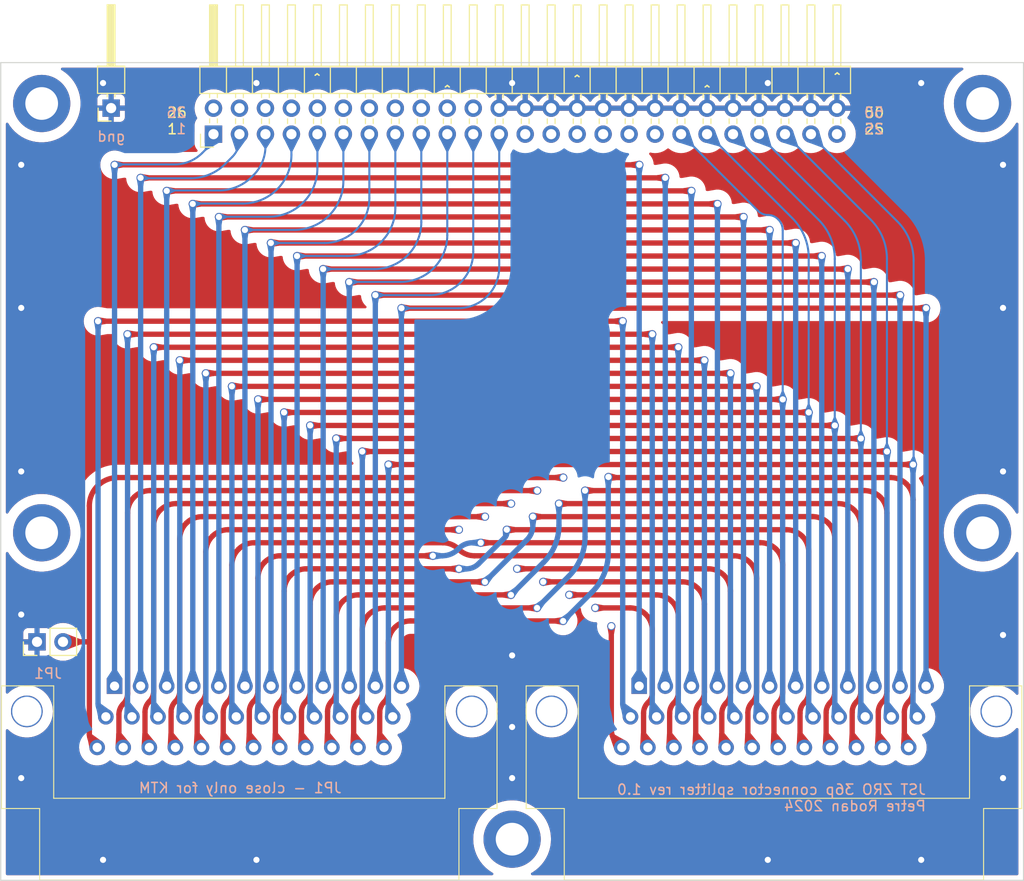
<source format=kicad_pcb>
(kicad_pcb (version 20221018) (generator pcbnew)
  (layers (0 "F.Cu" signal) (1 "In1.Cu" signal) (2 "In2.Cu" signal) (31 "B.Cu" signal) (34 "B.Paste" user) (35 "F.Paste" user) (36 "B.SilkS" user "B.Silkscreen") (37 "F.SilkS" user "F.Silkscreen") (38 "B.Mask" user) (39 "F.Mask" user) (44 "Edge.Cuts" user))
  (net 0 "")
  (net 1 "p1")
  (net 2 "p2")
  (net 3 "p3")
  (net 4 "p4")
  (net 5 "p5")
  (net 6 "p6")
  (net 7 "p7")
  (net 8 "p8")
  (net 9 "p9")
  (net 10 "p10")
  (net 11 "p11")
  (net 12 "p12")
  (net 13 "p13")
  (net 14 "p14")
  (net 15 "p15")
  (net 16 "p16")
  (net 17 "p17")
  (net 18 "p18")
  (net 19 "p19")
  (net 20 "p20")
  (net 21 "p21")
  (net 22 "p22")
  (net 23 "p23")
  (net 24 "p24")
  (net 25 "p25")
  (net 26 "p26")
  (net 27 "p27")
  (net 28 "p28")
  (net 29 "p29")
  (net 30 "p30")
  (net 31 "p31")
  (net 32 "p32")
  (net 33 "p33")
  (net 34 "p34")
  (net 35 "p35")
  (net 36 "p36")
  (net 37 "GND")
  (footprint "MountingHole:MountingHole_3.2mm_M3_DIN965_Pad_TopBottom" (layer "F.Cu") (at 133.31 126.761)
    (fp_text reference "REF**" hide)
    (fp_text value "MountingHole_3.2mm_M3_DIN965_Pad_TopBottom" hide)
  )
  (footprint "pff_connectors:PinHeader_2x25_P2.54mm_Horizontal" (layer "F.Cu") (at 104.11 57.785 90)
    (fp_text reference "J4" hide)
    (fp_text value "Conn_02x25_Top_Bottom" hide)
  )
  (footprint "pff_connectors:S36B-ZROK-2A" (layer "F.Cu") (at 158.91 114.761)
    (fp_text reference "J1" hide)
    (fp_text value "Conn_01x36" hide)
  )
  (footprint "MountingHole:MountingHole_3.2mm_M3_DIN965_Pad_TopBottom" (layer "F.Cu") (at 179.31 54.785)
    (fp_text reference "REF**" hide)
    (fp_text value "MountingHole_3.2mm_M3_DIN965_Pad_TopBottom" hide)
  )
  (footprint "Connector_PinHeader_2.54mm:PinHeader_1x01_P2.54mm_Horizontal" (layer "F.Cu") (at 94.1 55.236 90)
    (fp_text reference "J3" hide)
    (fp_text value "Conn_01x01_Pin" hide)
  )
  (footprint "MountingHole:MountingHole_3.2mm_M3_DIN965_Pad_TopBottom" (layer "F.Cu") (at 179.31 96.785)
    (fp_text reference "REF**" hide)
    (fp_text value "MountingHole_3.2mm_M3_DIN965_Pad_TopBottom" hide)
  )
  (footprint "MountingHole:MountingHole_3.2mm_M3_DIN965_Pad_TopBottom" (layer "F.Cu") (at 87.31 54.785)
    (fp_text reference "REF**" hide)
    (fp_text value "MountingHole_3.2mm_M3_DIN965_Pad_TopBottom" hide)
  )
  (footprint "Connector_PinHeader_2.54mm:PinHeader_1x02_P2.54mm_Vertical" (layer "F.Cu") (at 86.855 107.455 90)
    (fp_text reference "JP1" hide)
    (fp_text value "Jumper_2_Open" hide)
  )
  (footprint "MountingHole:MountingHole_3.2mm_M3_DIN965_Pad_TopBottom" (layer "F.Cu") (at 87.31 96.785)
    (fp_text reference "REF**" hide)
    (fp_text value "MountingHole_3.2mm_M3_DIN965_Pad_TopBottom" hide)
  )
  (footprint "pff_connectors:S36B-ZROK-2A" (layer "F.Cu") (at 107.61 114.761)
    (fp_text reference "J2" hide)
    (fp_text value "Conn_01x36" hide)
  )
  (gr_line (start 83.31 50.785) (end 183.31 50.785) (stroke (width 0.1)) (layer "Edge.Cuts"))
  (gr_line (start 83.31 130.785) (end 83.31 50.785) (stroke (width 0.1)) (layer "Edge.Cuts"))
  (gr_line (start 183.31 50.785) (end 183.31 130.785) (stroke (width 0.1)) (layer "Edge.Cuts"))
  (gr_line (start 183.31 130.785) (end 83.31 130.785) (stroke (width 0.1)) (layer "Edge.Cuts"))
  (gr_text "JP1" (at 89.38 111.135) (layer "B.SilkS") (effects (font (size 1 1)) (justify left bottom mirror)))
  (gr_text "JST ZRO 36p connector splitter rev 1.0\nPetre Rodan 2024" (at 173.86 124.105) (layer "B.SilkS") (effects (font (size 1 1)) (justify left bottom mirror)))
  (gr_text "50\n25" (at 169.73 57.865) (layer "B.SilkS") (effects (font (size 1 1)) (justify left bottom mirror)))
  (gr_text "gnd" (at 95.57 58.595) (layer "B.SilkS") (effects (font (size 1 1)) (justify left bottom mirror)))
  (gr_text "26\n1" (at 101.53 57.865) (layer "B.SilkS") (effects (font (size 1 1)) (justify left bottom mirror)))
  (gr_text "JP1 - close only for KTM" (at 116.73 122.335) (layer "B.SilkS") (effects (font (size 1 1)) (justify left bottom mirror)))
  (gr_text "26\n1" (at 99.5 57.875) (layer "F.SilkS") (effects (font (size 1 1)) (justify left bottom)))
  (gr_text "^" (at 139.28 53.195) (layer "F.SilkS") (effects (font (size 1 1)) (justify left bottom)))
  (gr_text "50\n25" (at 167.68 57.885) (layer "F.SilkS") (effects (font (size 1 1)) (justify left bottom)))
  (gr_text "^" (at 113.86 53.055) (layer "F.SilkS") (effects (font (size 1 1)) (justify left bottom)))
  (gr_text "^" (at 151.99 54.202071) (layer "F.SilkS") (effects (font (size 1 1)) (justify left bottom)))
  (gr_text "^" (at 164.71 52.965) (layer "F.SilkS") (effects (font (size 1 1)) (justify left bottom)))
  (gr_text "^" (at 126.59 54.202071) (layer "F.SilkS") (effects (font (size 1 1)) (justify left bottom)))
  (segment (start 145.75 60.785) (end 94.44 60.785) (width 0.52) (layer "F.Cu") (net 1))
  (via (at 94.44 60.785) (size 0.8) (drill 0.6) (layers "F.Cu" "B.Cu") (net 1))
  (via (at 145.75 60.785) (size 0.8) (drill 0.6) (layers "F.Cu" "B.Cu") (net 1))
  (segment (start 94.435 60.793535) (end 94.435 111.785) (width 0.52) (layer "B.Cu") (net 1))
  (segment (start 145.735 60.810606) (end 145.735 111.785) (width 0.52) (layer "B.Cu") (net 1))
  (segment (start 94.44 60.785) (end 94.46 60.765) (width 0.2) (layer "B.Cu") (net 1))
  (segment (start 100.320222 60.745) (end 94.508284 60.745) (width 0.2) (layer "B.Cu") (net 1))
  (segment (start 102.999999 59.634999) (end 103.685735 58.949264) (width 0.2) (layer "B.Cu") (net 1))
  (segment (start 94.44 60.785) (end 94.4375 60.7875) (width 0.52) (layer "B.Cu") (net 1))
  (segment (start 104.11 57.925) (end 104.11 57.325) (width 0.2) (layer "B.Cu") (net 1))
  (segment (start 145.7425 60.7925) (end 145.75 60.785) (width 0.52) (layer "B.Cu") (net 1))
  (arc (start 94.46 60.765) (mid 94.482152 60.750197) (end 94.508284 60.745) (width 0.2) (layer "B.Cu") (net 1))
  (arc (start 94.4375 60.7875) (mid 94.435649 60.790268) (end 94.435 60.793535) (width 0.52) (layer "B.Cu") (net 1))
  (arc (start 100.320222 60.745) (mid 101.770507 60.45652) (end 102.999999 59.634999) (width 0.2) (layer "B.Cu") (net 1))
  (arc (start 145.7425 60.7925) (mid 145.736949 60.800807) (end 145.735 60.810606) (width 0.52) (layer "B.Cu") (net 1))
  (arc (start 103.685735 58.949264) (mid 103.999737 58.479327) (end 104.11 57.925) (width 0.2) (layer "B.Cu") (net 1))
  (segment (start 96.98 62.06) (end 148.28 62.06) (width 0.52) (layer "F.Cu") (net 2))
  (via (at 148.28 62.06) (size 0.8) (drill 0.6) (layers "F.Cu" "B.Cu") (net 2))
  (via (at 96.98 62.06) (size 0.8) (drill 0.6) (layers "F.Cu" "B.Cu") (net 2))
  (segment (start 96.9825 62.0625) (end 96.98 62.06) (width 0.52) (layer "B.Cu") (net 2))
  (segment (start 96.9975 62.0775) (end 96.98 62.06) (width 0.2) (layer "B.Cu") (net 2))
  (segment (start 148.285 62.068535) (end 148.285 111.785) (width 0.52) (layer "B.Cu") (net 2))
  (segment (start 96.985 62.068535) (end 96.985 111.785) (width 0.52) (layer "B.Cu") (net 2))
  (segment (start 106.65 58.315) (end 106.65 57.325) (width 0.2) (layer "B.Cu") (net 2))
  (segment (start 105.255 60.7) (end 105.949964 60.005035) (width 0.2) (layer "B.Cu") (net 2))
  (segment (start 148.2825 62.0625) (end 148.28 62.06) (width 0.52) (layer "B.Cu") (net 2))
  (segment (start 101.887172 62.095) (end 97.039748 62.095) (width 0.2) (layer "B.Cu") (net 2))
  (arc (start 96.9975 62.0775) (mid 97.016883 62.090451) (end 97.039748 62.095) (width 0.2) (layer "B.Cu") (net 2))
  (arc (start 101.887172 62.095) (mid 103.709827 61.732451) (end 105.255 60.7) (width 0.2) (layer "B.Cu") (net 2))
  (arc (start 106.65 58.315) (mid 106.468066 59.22964) (end 105.949964 60.005035) (width 0.2) (layer "B.Cu") (net 2))
  (arc (start 96.9825 62.0625) (mid 96.98435 62.065268) (end 96.985 62.068535) (width 0.52) (layer "B.Cu") (net 2))
  (arc (start 148.2825 62.0625) (mid 148.28435 62.065268) (end 148.285 62.068535) (width 0.52) (layer "B.Cu") (net 2))
  (segment (start 150.84 63.335) (end 99.54 63.335) (width 0.52) (layer "F.Cu") (net 3))
  (via (at 99.54 63.335) (size 0.8) (drill 0.6) (layers "F.Cu" "B.Cu") (net 3))
  (via (at 150.84 63.335) (size 0.8) (drill 0.6) (layers "F.Cu" "B.Cu") (net 3))
  (segment (start 104.632024 63.295) (end 99.608284 63.295) (width 0.2) (layer "B.Cu") (net 3))
  (segment (start 99.5375 63.3375) (end 99.54 63.335) (width 0.52) (layer "B.Cu") (net 3))
  (segment (start 99.535 63.343535) (end 99.535 111.785) (width 0.52) (layer "B.Cu") (net 3))
  (segment (start 99.56 63.315) (end 99.54 63.335) (width 0.2) (layer "B.Cu") (net 3))
  (segment (start 150.835 63.343535) (end 150.835 111.785) (width 0.52) (layer "B.Cu") (net 3))
  (segment (start 150.84 63.335) (end 150.8375 63.3375) (width 0.52) (layer "B.Cu") (net 3))
  (segment (start 109.19 58.975) (end 109.19 57.325) (width 0.2) (layer "B.Cu") (net 3))
  (segment (start 107.855 61.96) (end 108.023273 61.791726) (width 0.2) (layer "B.Cu") (net 3))
  (arc (start 107.855 61.96) (mid 106.376286 62.948044) (end 104.632024 63.295) (width 0.2) (layer "B.Cu") (net 3))
  (arc (start 108.023273 61.791726) (mid 108.886777 60.499401) (end 109.19 58.975) (width 0.2) (layer "B.Cu") (net 3))
  (arc (start 150.835 63.343535) (mid 150.835649 63.340268) (end 150.8375 63.3375) (width 0.52) (layer "B.Cu") (net 3))
  (arc (start 99.56 63.315) (mid 99.582152 63.300197) (end 99.608284 63.295) (width 0.2) (layer "B.Cu") (net 3))
  (arc (start 99.5375 63.3375) (mid 99.535649 63.340268) (end 99.535 63.343535) (width 0.52) (layer "B.Cu") (net 3))
  (segment (start 153.39 64.61) (end 102.08 64.61) (width 0.52) (layer "F.Cu") (net 4))
  (via (at 102.08 64.61) (size 0.8) (drill 0.6) (layers "F.Cu" "B.Cu") (net 4))
  (via (at 153.39 64.61) (size 0.8) (drill 0.6) (layers "F.Cu" "B.Cu") (net 4))
  (segment (start 106.967172 64.575) (end 102.139748 64.575) (width 0.2) (layer "B.Cu") (net 4))
  (segment (start 102.085 64.618535) (end 102.085 111.785) (width 0.52) (layer "B.Cu") (net 4))
  (segment (start 153.39 64.61) (end 153.3875 64.6125) (width 0.52) (layer "B.Cu") (net 4))
  (segment (start 102.0825 64.6125) (end 102.08 64.61) (width 0.52) (layer "B.Cu") (net 4))
  (segment (start 102.08 64.61) (end 102.0975 64.5925) (width 0.2) (layer "B.Cu") (net 4))
  (segment (start 153.385 64.618535) (end 153.385 111.785) (width 0.52) (layer "B.Cu") (net 4))
  (segment (start 111.73 59.812172) (end 111.73 57.325) (width 0.2) (layer "B.Cu") (net 4))
  (arc (start 102.0825 64.6125) (mid 102.08435 64.615268) (end 102.085 64.618535) (width 0.52) (layer "B.Cu") (net 4))
  (arc (start 110.335 63.18) (mid 111.367451 61.634827) (end 111.73 59.812172) (width 0.2) (layer "B.Cu") (net 4))
  (arc (start 153.3875 64.6125) (mid 153.385649 64.615268) (end 153.385 64.618535) (width 0.52) (layer "B.Cu") (net 4))
  (arc (start 102.0975 64.5925) (mid 102.116883 64.579548) (end 102.139748 64.575) (width 0.2) (layer "B.Cu") (net 4))
  (arc (start 106.967172 64.575) (mid 108.789827 64.212451) (end 110.335 63.18) (width 0.2) (layer "B.Cu") (net 4))
  (segment (start 104.64 65.885) (end 155.94 65.885) (width 0.52) (layer "F.Cu") (net 5))
  (via (at 104.64 65.885) (size 0.8) (drill 0.6) (layers "F.Cu" "B.Cu") (net 5))
  (via (at 155.94 65.885) (size 0.8) (drill 0.6) (layers "F.Cu" "B.Cu") (net 5))
  (segment (start 104.65 65.875) (end 104.64 65.885) (width 0.2) (layer "B.Cu") (net 5))
  (segment (start 104.6375 65.8875) (end 104.64 65.885) (width 0.52) (layer "B.Cu") (net 5))
  (segment (start 104.674142 65.865) (end 109.524243 65.865) (width 0.2) (layer "B.Cu") (net 5))
  (segment (start 155.935 65.893535) (end 155.935 111.785) (width 0.52) (layer "B.Cu") (net 5))
  (segment (start 155.94 65.885) (end 155.9375 65.8875) (width 0.52) (layer "B.Cu") (net 5))
  (segment (start 104.635 65.893535) (end 104.635 111.785) (width 0.52) (layer "B.Cu") (net 5))
  (segment (start 114.27 61.119243) (end 114.27 57.325) (width 0.2) (layer "B.Cu") (net 5))
  (arc (start 104.674142 65.865) (mid 104.661076 65.867598) (end 104.65 65.875) (width 0.2) (layer "B.Cu") (net 5))
  (arc (start 155.9375 65.8875) (mid 155.935649 65.890268) (end 155.935 65.893535) (width 0.52) (layer "B.Cu") (net 5))
  (arc (start 109.524243 65.865) (mid 111.340365 65.50375) (end 112.88 64.475) (width 0.2) (layer "B.Cu") (net 5))
  (arc (start 104.635 65.893535) (mid 104.635649 65.890268) (end 104.6375 65.8875) (width 0.52) (layer "B.Cu") (net 5))
  (arc (start 114.27 61.119243) (mid 113.90875 62.935365) (end 112.88 64.475) (width 0.2) (layer "B.Cu") (net 5))
  (segment (start 107.18 67.16) (end 158.49 67.16) (width 0.52) (layer "F.Cu") (net 6))
  (via (at 158.49 67.16) (size 0.8) (drill 0.6) (layers "F.Cu" "B.Cu") (net 6))
  (via (at 107.18 67.16) (size 0.8) (drill 0.6) (layers "F.Cu" "B.Cu") (net 6))
  (segment (start 158.485 67.168535) (end 158.485 111.785) (width 0.52) (layer "B.Cu") (net 6))
  (segment (start 116.81 62.358029) (end 116.81 57.325) (width 0.2) (layer "B.Cu") (net 6))
  (segment (start 158.4875 67.1625) (end 158.49 67.16) (width 0.52) (layer "B.Cu") (net 6))
  (segment (start 107.1825 67.1625) (end 107.18 67.16) (width 0.52) (layer "B.Cu") (net 6))
  (segment (start 107.1825 67.1575) (end 107.18 67.16) (width 0.2) (layer "B.Cu") (net 6))
  (segment (start 107.188535 67.155) (end 112.013029 67.155) (width 0.2) (layer "B.Cu") (net 6))
  (segment (start 107.185 67.168535) (end 107.185 111.785) (width 0.52) (layer "B.Cu") (net 6))
  (arc (start 116.81 62.358029) (mid 116.444852 64.19375) (end 115.405 65.75) (width 0.2) (layer "B.Cu") (net 6))
  (arc (start 158.4875 67.1625) (mid 158.485649 67.165268) (end 158.485 67.168535) (width 0.52) (layer "B.Cu") (net 6))
  (arc (start 112.013029 67.155) (mid 113.84875 66.789852) (end 115.405 65.75) (width 0.2) (layer "B.Cu") (net 6))
  (arc (start 107.185 67.168535) (mid 107.18435 67.165268) (end 107.1825 67.1625) (width 0.52) (layer "B.Cu") (net 6))
  (arc (start 107.1825 67.1575) (mid 107.185268 67.155649) (end 107.188535 67.155) (width 0.2) (layer "B.Cu") (net 6))
  (segment (start 109.72 68.435) (end 161.04 68.435) (width 0.52) (layer "F.Cu") (net 7))
  (via (at 161.04 68.435) (size 0.8) (drill 0.6) (layers "F.Cu" "B.Cu") (net 7))
  (via (at 109.72 68.435) (size 0.8) (drill 0.6) (layers "F.Cu" "B.Cu") (net 7))
  (segment (start 109.72 68.435) (end 109.7275 68.4425) (width 0.52) (layer "B.Cu") (net 7))
  (segment (start 109.735 68.460606) (end 109.735 111.785) (width 0.52) (layer "B.Cu") (net 7))
  (segment (start 109.72 68.435) (end 114.955663 68.435) (width 0.2) (layer "B.Cu") (net 7))
  (segment (start 119.35 64.040663) (end 119.35 57.325) (width 0.2) (layer "B.Cu") (net 7))
  (segment (start 161.035 68.443535) (end 161.035 111.785) (width 0.52) (layer "B.Cu") (net 7))
  (segment (start 161.04 68.435) (end 161.0375 68.4375) (width 0.52) (layer "B.Cu") (net 7))
  (arc (start 109.735 68.460606) (mid 109.73305 68.450807) (end 109.7275 68.4425) (width 0.52) (layer "B.Cu") (net 7))
  (arc (start 161.0375 68.4375) (mid 161.035649 68.440268) (end 161.035 68.443535) (width 0.52) (layer "B.Cu") (net 7))
  (arc (start 118.062928 67.147928) (mid 116.637302 68.1005) (end 114.955663 68.435) (width 0.2) (layer "B.Cu") (net 7))
  (arc (start 119.35 64.040663) (mid 119.0155 65.722302) (end 118.062928 67.147928) (width 0.2) (layer "B.Cu") (net 7))
  (segment (start 163.58 69.71) (end 112.28 69.71) (width 0.52) (layer "F.Cu") (net 8))
  (via (at 112.28 69.71) (size 0.8) (drill 0.6) (layers "F.Cu" "B.Cu") (net 8))
  (via (at 163.58 69.71) (size 0.8) (drill 0.6) (layers "F.Cu" "B.Cu") (net 8))
  (segment (start 163.585 69.718535) (end 163.585 111.785) (width 0.52) (layer "B.Cu") (net 8))
  (segment (start 112.28 69.71) (end 112.2825 69.7125) (width 0.52) (layer "B.Cu") (net 8))
  (segment (start 121.89 64.993385) (end 121.89 57.325) (width 0.2) (layer "B.Cu") (net 8))
  (segment (start 112.285 69.718535) (end 112.285 111.785) (width 0.52) (layer "B.Cu") (net 8))
  (segment (start 112.28 69.71) (end 112.2825 69.7075) (width 0.2) (layer "B.Cu") (net 8))
  (segment (start 117.178385 69.705) (end 112.288535 69.705) (width 0.2) (layer "B.Cu") (net 8))
  (segment (start 163.58 69.71) (end 163.5825 69.7125) (width 0.52) (layer "B.Cu") (net 8))
  (arc (start 117.178385 69.705) (mid 118.981442 69.346349) (end 120.51 68.325) (width 0.2) (layer "B.Cu") (net 8))
  (arc (start 112.2825 69.7125) (mid 112.28435 69.715268) (end 112.285 69.718535) (width 0.52) (layer "B.Cu") (net 8))
  (arc (start 112.2825 69.7075) (mid 112.285268 69.705649) (end 112.288535 69.705) (width 0.2) (layer "B.Cu") (net 8))
  (arc (start 163.5825 69.7125) (mid 163.58435 69.715268) (end 163.585 69.718535) (width 0.52) (layer "B.Cu") (net 8))
  (arc (start 121.89 64.993385) (mid 121.531349 66.796442) (end 120.51 68.325) (width 0.2) (layer "B.Cu") (net 8))
  (segment (start 166.13 70.985) (end 114.83 70.985) (width 0.52) (layer "F.Cu") (net 9))
  (via (at 166.13 70.985) (size 0.8) (drill 0.6) (layers "F.Cu" "B.Cu") (net 9))
  (via (at 114.83 70.985) (size 0.8) (drill 0.6) (layers "F.Cu" "B.Cu") (net 9))
  (segment (start 166.135 70.993535) (end 166.135 111.785) (width 0.52) (layer "B.Cu") (net 9))
  (segment (start 114.83 70.985) (end 119.842881 70.985) (width 0.2) (layer "B.Cu") (net 9))
  (segment (start 166.13 70.985) (end 166.1325 70.9875) (width 0.52) (layer "B.Cu") (net 9))
  (segment (start 114.83 70.985) (end 114.8325 70.9875) (width 0.52) (layer "B.Cu") (net 9))
  (segment (start 114.835 70.993535) (end 114.835 111.785) (width 0.52) (layer "B.Cu") (net 9))
  (segment (start 124.43 66.397881) (end 124.43 57.325) (width 0.2) (layer "B.Cu") (net 9))
  (arc (start 114.8325 70.9875) (mid 114.83435 70.990268) (end 114.835 70.993535) (width 0.52) (layer "B.Cu") (net 9))
  (arc (start 123.086464 69.641464) (mid 121.598295 70.635826) (end 119.842881 70.985) (width 0.2) (layer "B.Cu") (net 9))
  (arc (start 166.135 70.993535) (mid 166.13435 70.990268) (end 166.1325 70.9875) (width 0.52) (layer "B.Cu") (net 9))
  (arc (start 124.43 66.397881) (mid 124.080826 68.153295) (end 123.086464 69.641464) (width 0.2) (layer "B.Cu") (net 9))
  (segment (start 117.38 72.26) (end 168.69 72.26) (width 0.52) (layer "F.Cu") (net 10))
  (via (at 168.69 72.26) (size 0.8) (drill 0.6) (layers "F.Cu" "B.Cu") (net 10))
  (via (at 117.38 72.26) (size 0.8) (drill 0.6) (layers "F.Cu" "B.Cu") (net 10))
  (segment (start 117.385 72.268535) (end 117.385 111.785) (width 0.52) (layer "B.Cu") (net 10))
  (segment (start 126.97 67.669953) (end 126.97 57.325) (width 0.2) (layer "B.Cu") (net 10))
  (segment (start 168.6875 72.2625) (end 168.69 72.26) (width 0.52) (layer "B.Cu") (net 10))
  (segment (start 168.685 72.268535) (end 168.685 111.785) (width 0.52) (layer "B.Cu") (net 10))
  (segment (start 117.3875 72.2525) (end 117.38 72.26) (width 0.2) (layer "B.Cu") (net 10))
  (segment (start 122.394953 72.245) (end 117.405606 72.245) (width 0.2) (layer "B.Cu") (net 10))
  (segment (start 117.3825 72.2625) (end 117.38 72.26) (width 0.52) (layer "B.Cu") (net 10))
  (arc (start 125.63 70.905) (mid 126.621745 69.420747) (end 126.97 67.669953) (width 0.2) (layer "B.Cu") (net 10))
  (arc (start 117.3825 72.2625) (mid 117.38435 72.265268) (end 117.385 72.268535) (width 0.52) (layer "B.Cu") (net 10))
  (arc (start 168.6875 72.2625) (mid 168.685649 72.265268) (end 168.685 72.268535) (width 0.52) (layer "B.Cu") (net 10))
  (arc (start 117.3875 72.2525) (mid 117.395807 72.246949) (end 117.405606 72.245) (width 0.2) (layer "B.Cu") (net 10))
  (arc (start 122.394953 72.245) (mid 124.145747 71.896745) (end 125.63 70.905) (width 0.2) (layer "B.Cu") (net 10))
  (segment (start 119.94 73.535) (end 171.25 73.535) (width 0.52) (layer "F.Cu") (net 11))
  (via (at 119.94 73.535) (size 0.8) (drill 0.6) (layers "F.Cu" "B.Cu") (net 11))
  (via (at 171.25 73.535) (size 0.8) (drill 0.6) (layers "F.Cu" "B.Cu") (net 11))
  (segment (start 171.25 73.535) (end 171.2425 73.5425) (width 0.52) (layer "B.Cu") (net 11))
  (segment (start 129.51 69.301375) (end 129.51 57.325) (width 0.2) (layer "B.Cu") (net 11))
  (segment (start 171.235 73.560606) (end 171.235 111.785) (width 0.52) (layer "B.Cu") (net 11))
  (segment (start 119.94 73.535) (end 119.9375 73.5375) (width 0.52) (layer "B.Cu") (net 11))
  (segment (start 119.935 73.543535) (end 119.935 111.785) (width 0.52) (layer "B.Cu") (net 11))
  (segment (start 119.94 73.535) (end 125.276375 73.535) (width 0.2) (layer "B.Cu") (net 11))
  (arc (start 128.27 72.295) (mid 129.187734 70.921513) (end 129.51 69.301375) (width 0.2) (layer "B.Cu") (net 11))
  (arc (start 128.27 72.295) (mid 126.896513 73.212734) (end 125.276375 73.535) (width 0.2) (layer "B.Cu") (net 11))
  (arc (start 119.935 73.543535) (mid 119.935649 73.540268) (end 119.9375 73.5375) (width 0.52) (layer "B.Cu") (net 11))
  (arc (start 171.235 73.560606) (mid 171.236949 73.550807) (end 171.2425 73.5425) (width 0.52) (layer "B.Cu") (net 11))
  (segment (start 173.79 74.81) (end 122.49 74.81) (width 0.52) (layer "F.Cu") (net 12))
  (via (at 122.49 74.81) (size 0.8) (drill 0.6) (layers "F.Cu" "B.Cu") (net 12))
  (via (at 173.79 74.81) (size 0.8) (drill 0.6) (layers "F.Cu" "B.Cu") (net 12))
  (segment (start 173.785 74.818535) (end 173.785 111.785) (width 0.52) (layer "B.Cu") (net 12))
  (segment (start 132.05 70.806834) (end 132.05 57.325) (width 0.2) (layer "B.Cu") (net 12))
  (segment (start 122.4875 74.8125) (end 122.49 74.81) (width 0.52) (layer "B.Cu") (net 12))
  (segment (start 173.7875 74.8125) (end 173.79 74.81) (width 0.52) (layer "B.Cu") (net 12))
  (segment (start 122.485 74.818535) (end 122.485 111.785) (width 0.52) (layer "B.Cu") (net 12))
  (segment (start 122.49 74.81) (end 128.046834 74.81) (width 0.2) (layer "B.Cu") (net 12))
  (arc (start 130.8775 73.6375) (mid 129.578779 74.505277) (end 128.046834 74.81) (width 0.2) (layer "B.Cu") (net 12))
  (arc (start 173.7875 74.8125) (mid 173.785649 74.815268) (end 173.785 74.818535) (width 0.52) (layer "B.Cu") (net 12))
  (arc (start 130.8775 73.6375) (mid 131.745277 72.338779) (end 132.05 70.806834) (width 0.2) (layer "B.Cu") (net 12))
  (arc (start 122.485 74.818535) (mid 122.485649 74.815268) (end 122.4875 74.8125) (width 0.52) (layer "B.Cu") (net 12))
  (segment (start 144.12 76.085) (end 92.82 76.085) (width 0.52) (layer "F.Cu") (net 13))
  (via (at 144.12 76.085) (size 0.8) (drill 0.6) (layers "F.Cu" "B.Cu") (net 13))
  (via (at 92.82 76.085) (size 0.8) (drill 0.6) (layers "F.Cu" "B.Cu") (net 13))
  (segment (start 144.123001 76.090123) (end 144.123001 113.484186) (width 0.52) (layer "B.Cu") (net 13))
  (segment (start 92.823001 113.484186) (end 92.823001 76.090123) (width 0.52) (layer "B.Cu") (net 13))
  (segment (start 92.8215 76.0865) (end 92.82 76.085) (width 0.52) (layer "B.Cu") (net 13))
  (segment (start 93.204 114.404) (end 93.585 114.785) (width 0.52) (layer "B.Cu") (net 13))
  (segment (start 144.504 114.404) (end 144.885 114.785) (width 0.52) (layer "B.Cu") (net 13))
  (segment (start 144.1215 76.0865) (end 144.12 76.085) (width 0.52) (layer "B.Cu") (net 13))
  (arc (start 144.123001 76.090123) (mid 144.12261 76.088162) (end 144.1215 76.0865) (width 0.52) (layer "B.Cu") (net 13))
  (arc (start 92.8215 76.0865) (mid 92.82261 76.088162) (end 92.823001 76.090123) (width 0.52) (layer "B.Cu") (net 13))
  (arc (start 92.823001 113.484186) (mid 92.922019 113.981985) (end 93.204 114.404) (width 0.52) (layer "B.Cu") (net 13))
  (arc (start 144.504 114.404) (mid 144.222019 113.981985) (end 144.123001 113.484186) (width 0.52) (layer "B.Cu") (net 13))
  (segment (start 147.01 77.36) (end 95.7 77.36) (width 0.52) (layer "F.Cu") (net 14))
  (via (at 95.7 77.36) (size 0.8) (drill 0.6) (layers "F.Cu" "B.Cu") (net 14))
  (via (at 147.01 77.36) (size 0.8) (drill 0.6) (layers "F.Cu" "B.Cu") (net 14))
  (segment (start 147.0115 77.3615) (end 147.01 77.36) (width 0.52) (layer "B.Cu") (net 14))
  (segment (start 147.224 114.574) (end 147.435 114.785) (width 0.52) (layer "B.Cu") (net 14))
  (segment (start 95.7035 77.3635) (end 95.7 77.36) (width 0.52) (layer "B.Cu") (net 14))
  (segment (start 95.707 77.371949) (end 95.707 114.054358) (width 0.52) (layer "B.Cu") (net 14))
  (segment (start 95.921 114.571) (end 96.135 114.785) (width 0.52) (layer "B.Cu") (net 14))
  (segment (start 147.013 114.0646) (end 147.013 77.365121) (width 0.52) (layer "B.Cu") (net 14))
  (arc (start 95.7035 77.3635) (mid 95.70609 77.367376) (end 95.707 77.371949) (width 0.52) (layer "B.Cu") (net 14))
  (arc (start 147.224 114.574) (mid 147.067837 114.340285) (end 147.013 114.0646) (width 0.52) (layer "B.Cu") (net 14))
  (arc (start 95.921 114.571) (mid 95.762616 114.333962) (end 95.707 114.054358) (width 0.52) (layer "B.Cu") (net 14))
  (arc (start 147.0115 77.3615) (mid 147.01261 77.363161) (end 147.013 77.365121) (width 0.52) (layer "B.Cu") (net 14))
  (segment (start 98.27 78.635) (end 149.56 78.635) (width 0.52) (layer "F.Cu") (net 15))
  (via (at 149.56 78.635) (size 0.8) (drill 0.6) (layers "F.Cu" "B.Cu") (net 15))
  (via (at 98.27 78.635) (size 0.8) (drill 0.6) (layers "F.Cu" "B.Cu") (net 15))
  (segment (start 98.263 114.0646) (end 98.263 78.646949) (width 0.52) (layer "B.Cu") (net 15))
  (segment (start 149.56 78.635) (end 149.56 114.059479) (width 0.52) (layer "B.Cu") (net 15))
  (segment (start 98.27 78.635) (end 98.2665 78.6385) (width 0.52) (layer "B.Cu") (net 15))
  (segment (start 149.7725 114.5725) (end 149.985 114.785) (width 0.52) (layer "B.Cu") (net 15))
  (segment (start 98.474 114.574) (end 98.685 114.785) (width 0.52) (layer "B.Cu") (net 15))
  (arc (start 98.474 114.574) (mid 98.317837 114.340285) (end 98.263 114.0646) (width 0.52) (layer "B.Cu") (net 15))
  (arc (start 149.56 114.059479) (mid 149.615226 114.337124) (end 149.7725 114.5725) (width 0.52) (layer "B.Cu") (net 15))
  (arc (start 98.2665 78.6385) (mid 98.263909 78.642376) (end 98.263 78.646949) (width 0.52) (layer "B.Cu") (net 15))
  (segment (start 152.11 79.91) (end 100.81 79.91) (width 0.52) (layer "F.Cu") (net 16))
  (via (at 152.11 79.91) (size 0.8) (drill 0.6) (layers "F.Cu" "B.Cu") (net 16))
  (via (at 100.81 79.91) (size 0.8) (drill 0.6) (layers "F.Cu" "B.Cu") (net 16))
  (segment (start 100.8115 79.9115) (end 100.81 79.91) (width 0.52) (layer "B.Cu") (net 16))
  (segment (start 152.1115 79.9115) (end 152.11 79.91) (width 0.52) (layer "B.Cu") (net 16))
  (segment (start 152.113 79.915121) (end 152.113 114.0646) (width 0.52) (layer "B.Cu") (net 16))
  (segment (start 152.324 114.574) (end 152.535 114.785) (width 0.52) (layer "B.Cu") (net 16))
  (segment (start 101.024 114.574) (end 101.235 114.785) (width 0.52) (layer "B.Cu") (net 16))
  (segment (start 100.813 114.0646) (end 100.813 79.915121) (width 0.52) (layer "B.Cu") (net 16))
  (arc (start 101.024 114.574) (mid 100.867837 114.340285) (end 100.813 114.0646) (width 0.52) (layer "B.Cu") (net 16))
  (arc (start 100.8115 79.9115) (mid 100.81261 79.913161) (end 100.813 79.915121) (width 0.52) (layer "B.Cu") (net 16))
  (arc (start 152.113 79.915121) (mid 152.11261 79.913161) (end 152.1115 79.9115) (width 0.52) (layer "B.Cu") (net 16))
  (arc (start 152.324 114.574) (mid 152.167837 114.340285) (end 152.113 114.0646) (width 0.52) (layer "B.Cu") (net 16))
  (segment (start 154.66 81.185) (end 103.36 81.185) (width 0.52) (layer "F.Cu") (net 17))
  (via (at 154.66 81.185) (size 0.8) (drill 0.6) (layers "F.Cu" "B.Cu") (net 17))
  (via (at 103.36 81.185) (size 0.8) (drill 0.6) (layers "F.Cu" "B.Cu") (net 17))
  (segment (start 103.3615 81.1865) (end 103.36 81.185) (width 0.52) (layer "B.Cu") (net 17))
  (segment (start 103.574 114.574) (end 103.785 114.785) (width 0.52) (layer "B.Cu") (net 17))
  (segment (start 103.363 114.0646) (end 103.363 81.190121) (width 0.52) (layer "B.Cu") (net 17))
  (segment (start 154.8725 114.5725) (end 155.085 114.785) (width 0.52) (layer "B.Cu") (net 17))
  (segment (start 154.66 81.185) (end 154.66 114.059479) (width 0.52) (layer "B.Cu") (net 17))
  (arc (start 154.8725 114.5725) (mid 154.715226 114.337124) (end 154.66 114.059479) (width 0.52) (layer "B.Cu") (net 17))
  (arc (start 103.363 114.0646) (mid 103.417837 114.340285) (end 103.574 114.574) (width 0.52) (layer "B.Cu") (net 17))
  (arc (start 103.3615 81.1865) (mid 103.36261 81.188161) (end 103.363 81.190121) (width 0.52) (layer "B.Cu") (net 17))
  (segment (start 157.21 82.46) (end 105.91 82.46) (width 0.52) (layer "F.Cu") (net 18))
  (via (at 105.91 82.46) (size 0.8) (drill 0.6) (layers "F.Cu" "B.Cu") (net 18))
  (via (at 157.21 82.46) (size 0.8) (drill 0.6) (layers "F.Cu" "B.Cu") (net 18))
  (segment (start 157.213 82.465121) (end 157.213 114.0646) (width 0.52) (layer "B.Cu") (net 18))
  (segment (start 105.913 114.0646) (end 105.913 82.465121) (width 0.52) (layer "B.Cu") (net 18))
  (segment (start 106.124 114.574) (end 106.335 114.785) (width 0.52) (layer "B.Cu") (net 18))
  (segment (start 105.9115 82.4615) (end 105.91 82.46) (width 0.52) (layer "B.Cu") (net 18))
  (segment (start 157.2115 82.4615) (end 157.21 82.46) (width 0.52) (layer "B.Cu") (net 18))
  (segment (start 157.424 114.574) (end 157.635 114.785) (width 0.52) (layer "B.Cu") (net 18))
  (arc (start 157.213 82.465121) (mid 157.21261 82.463161) (end 157.2115 82.4615) (width 0.52) (layer "B.Cu") (net 18))
  (arc (start 106.124 114.574) (mid 105.967837 114.340285) (end 105.913 114.0646) (width 0.52) (layer "B.Cu") (net 18))
  (arc (start 157.213 114.0646) (mid 157.267837 114.340285) (end 157.424 114.574) (width 0.52) (layer "B.Cu") (net 18))
  (arc (start 105.9115 82.4615) (mid 105.91261 82.463161) (end 105.913 82.465121) (width 0.52) (layer "B.Cu") (net 18))
  (segment (start 108.47 83.735) (end 159.77 83.735) (width 0.52) (layer "F.Cu") (net 19))
  (via (at 108.47 83.735) (size 0.8) (drill 0.6) (layers "F.Cu" "B.Cu") (net 19))
  (via (at 159.77 83.735) (size 0.8) (drill 0.6) (layers "F.Cu" "B.Cu") (net 19))
  (segment (start 157.356949 65.291949) (end 149.985563 57.920563) (width 0.2) (layer "B.Cu") (net 19))
  (segment (start 108.674 114.574) (end 108.885 114.785) (width 0.52) (layer "B.Cu") (net 19))
  (segment (start 159.77 83.735) (end 159.77 67.180182) (width 0.2) (layer "B.Cu") (net 19))
  (segment (start 108.47 83.735) (end 108.4665 83.7385) (width 0.52) (layer "B.Cu") (net 19))
  (segment (start 159.335 66.13) (end 159.30305 66.09805) (width 0.2) (layer "B.Cu") (net 19))
  (segment (start 159.763 83.746949) (end 159.763 114.0646) (width 0.52) (layer "B.Cu") (net 19))
  (segment (start 159.974 114.574) (end 160.185 114.785) (width 0.52) (layer "B.Cu") (net 19))
  (segment (start 159.77 83.735) (end 159.7665 83.7385) (width 0.52) (layer "B.Cu") (net 19))
  (segment (start 149.83 57.545) (end 149.83 57.325) (width 0.2) (layer "B.Cu") (net 19))
  (segment (start 108.463 83.746949) (end 108.463 114.0646) (width 0.52) (layer "B.Cu") (net 19))
  (arc (start 108.463 114.0646) (mid 108.517837 114.340285) (end 108.674 114.574) (width 0.52) (layer "B.Cu") (net 19))
  (arc (start 108.4665 83.7385) (mid 108.463909 83.742376) (end 108.463 83.746949) (width 0.52) (layer "B.Cu") (net 19))
  (arc (start 159.335 66.13) (mid 159.656947 66.611827) (end 159.77 67.180182) (width 0.2) (layer "B.Cu") (net 19))
  (arc (start 159.30305 66.09805) (mid 158.856611 65.799749) (end 158.33 65.695) (width 0.2) (layer "B.Cu") (net 19))
  (arc (start 159.7665 83.7385) (mid 159.763909 83.742376) (end 159.763 83.746949) (width 0.52) (layer "B.Cu") (net 19))
  (arc (start 149.83 57.545) (mid 149.870429 57.748253) (end 149.985563 57.920563) (width 0.2) (layer "B.Cu") (net 19))
  (arc (start 157.356949 65.291949) (mid 157.803388 65.59025) (end 158.33 65.695) (width 0.2) (layer "B.Cu") (net 19))
  (arc (start 159.974 114.574) (mid 159.817837 114.340285) (end 159.763 114.0646) (width 0.52) (layer "B.Cu") (net 19))
  (segment (start 162.31 85.01) (end 111.01 85.01) (width 0.52) (layer "F.Cu") (net 20))
  (via (at 111.01 85.01) (size 0.8) (drill 0.6) (layers "F.Cu" "B.Cu") (net 20))
  (via (at 162.31 85.01) (size 0.8) (drill 0.6) (layers "F.Cu" "B.Cu") (net 20))
  (segment (start 111.224 114.574) (end 111.435 114.785) (width 0.52) (layer "B.Cu") (net 20))
  (segment (start 111.013 114.0646) (end 111.013 85.015121) (width 0.52) (layer "B.Cu") (net 20))
  (segment (start 162.3115 85.0115) (end 162.31 85.01) (width 0.52) (layer "B.Cu") (net 20))
  (segment (start 152.490208 57.785208) (end 160.716207 66.011207) (width 0.2) (layer "B.Cu") (net 20))
  (segment (start 111.0115 85.0115) (end 111.01 85.01) (width 0.52) (layer "B.Cu") (net 20))
  (segment (start 162.524 114.574) (end 162.735 114.785) (width 0.52) (layer "B.Cu") (net 20))
  (segment (start 162.313 114.0646) (end 162.313 85.015121) (width 0.52) (layer "B.Cu") (net 20))
  (segment (start 152.37 57.495) (end 152.37 57.325) (width 0.2) (layer "B.Cu") (net 20))
  (segment (start 162.31 85.01) (end 162.31 69.858963) (width 0.2) (layer "B.Cu") (net 20))
  (arc (start 162.524 114.574) (mid 162.367837 114.340285) (end 162.313 114.0646) (width 0.52) (layer "B.Cu") (net 20))
  (arc (start 162.3115 85.0115) (mid 162.31261 85.013161) (end 162.313 85.015121) (width 0.52) (layer "B.Cu") (net 20))
  (arc (start 152.490208 57.785208) (mid 152.401241 57.652059) (end 152.37 57.495) (width 0.2) (layer "B.Cu") (net 20))
  (arc (start 160.716207 66.011207) (mid 161.895786 67.776572) (end 162.31 69.858963) (width 0.2) (layer "B.Cu") (net 20))
  (arc (start 111.224 114.574) (mid 111.067837 114.340285) (end 111.013 114.0646) (width 0.52) (layer "B.Cu") (net 20))
  (arc (start 111.0115 85.0115) (mid 111.01261 85.013161) (end 111.013 85.015121) (width 0.52) (layer "B.Cu") (net 20))
  (segment (start 164.86 86.285) (end 113.56 86.285) (width 0.52) (layer "F.Cu") (net 21))
  (via (at 164.86 86.285) (size 0.8) (drill 0.6) (layers "F.Cu" "B.Cu") (net 21))
  (via (at 113.56 86.285) (size 0.8) (drill 0.6) (layers "F.Cu" "B.Cu") (net 21))
  (segment (start 113.563 114.0646) (end 113.563 86.290121) (width 0.52) (layer "B.Cu") (net 21))
  (segment (start 164.86 69.998963) (end 164.86 86.285) (width 0.2) (layer "B.Cu") (net 21))
  (segment (start 155.07617 57.96117) (end 163.266207 66.151207) (width 0.2) (layer "B.Cu") (net 21))
  (segment (start 165.074 114.574) (end 165.285 114.785) (width 0.52) (layer "B.Cu") (net 21))
  (segment (start 113.774 114.574) (end 113.985 114.785) (width 0.52) (layer "B.Cu") (net 21))
  (segment (start 154.91 57.56) (end 154.91 57.325) (width 0.2) (layer "B.Cu") (net 21))
  (segment (start 164.863 86.290121) (end 164.863 114.0646) (width 0.52) (layer "B.Cu") (net 21))
  (segment (start 113.5615 86.2865) (end 113.56 86.285) (width 0.52) (layer "B.Cu") (net 21))
  (segment (start 164.8615 86.2865) (end 164.86 86.285) (width 0.52) (layer "B.Cu") (net 21))
  (arc (start 164.863 114.0646) (mid 164.917837 114.340285) (end 165.074 114.574) (width 0.52) (layer "B.Cu") (net 21))
  (arc (start 164.863 86.290121) (mid 164.86261 86.288161) (end 164.8615 86.2865) (width 0.52) (layer "B.Cu") (net 21))
  (arc (start 113.774 114.574) (mid 113.617837 114.340285) (end 113.563 114.0646) (width 0.52) (layer "B.Cu") (net 21))
  (arc (start 164.86 69.998963) (mid 164.445786 67.916572) (end 163.266207 66.151207) (width 0.2) (layer "B.Cu") (net 21))
  (arc (start 113.5615 86.2865) (mid 113.56261 86.288161) (end 113.563 86.290121) (width 0.52) (layer "B.Cu") (net 21))
  (arc (start 155.07617 57.96117) (mid 154.953186 57.777111) (end 154.91 57.56) (width 0.2) (layer "B.Cu") (net 21))
  (segment (start 167.41 87.56) (end 116.11 87.56) (width 0.52) (layer "F.Cu") (net 22))
  (via (at 167.41 87.56) (size 0.8) (drill 0.6) (layers "F.Cu" "B.Cu") (net 22))
  (via (at 116.11 87.56) (size 0.8) (drill 0.6) (layers "F.Cu" "B.Cu") (net 22))
  (segment (start 157.644454 58.069454) (end 165.816207 66.241207) (width 0.2) (layer "B.Cu") (net 22))
  (segment (start 167.41 87.56) (end 167.41 70.088963) (width 0.2) (layer "B.Cu") (net 22))
  (segment (start 167.413 87.565121) (end 167.413 114.0646) (width 0.52) (layer "B.Cu") (net 22))
  (segment (start 157.45 57.6) (end 157.45 57.325) (width 0.2) (layer "B.Cu") (net 22))
  (segment (start 167.624 114.574) (end 167.835 114.785) (width 0.52) (layer "B.Cu") (net 22))
  (segment (start 116.324 114.574) (end 116.535 114.785) (width 0.52) (layer "B.Cu") (net 22))
  (segment (start 167.41 87.56) (end 167.4115 87.5615) (width 0.52) (layer "B.Cu") (net 22))
  (segment (start 116.1115 87.5615) (end 116.11 87.56) (width 0.52) (layer "B.Cu") (net 22))
  (segment (start 116.113 114.0646) (end 116.113 87.565121) (width 0.52) (layer "B.Cu") (net 22))
  (arc (start 167.413 87.565121) (mid 167.41261 87.563161) (end 167.4115 87.5615) (width 0.52) (layer "B.Cu") (net 22))
  (arc (start 167.41 70.088963) (mid 166.995786 68.006572) (end 165.816207 66.241207) (width 0.2) (layer "B.Cu") (net 22))
  (arc (start 116.324 114.574) (mid 116.167837 114.340285) (end 116.113 114.0646) (width 0.52) (layer "B.Cu") (net 22))
  (arc (start 116.1115 87.5615) (mid 116.11261 87.563161) (end 116.113 87.565121) (width 0.52) (layer "B.Cu") (net 22))
  (arc (start 157.644454 58.069454) (mid 157.500536 57.854066) (end 157.45 57.6) (width 0.2) (layer "B.Cu") (net 22))
  (arc (start 167.624 114.574) (mid 167.467837 114.340285) (end 167.413 114.0646) (width 0.52) (layer "B.Cu") (net 22))
  (segment (start 118.66 88.835) (end 169.96 88.835) (width 0.52) (layer "F.Cu") (net 23))
  (via (at 118.66 88.835) (size 0.8) (drill 0.6) (layers "F.Cu" "B.Cu") (net 23))
  (via (at 169.96 88.835) (size 0.8) (drill 0.6) (layers "F.Cu" "B.Cu") (net 23))
  (segment (start 170.174 114.574) (end 170.385 114.785) (width 0.52) (layer "B.Cu") (net 23))
  (segment (start 118.6615 88.8365) (end 118.66 88.835) (width 0.52) (layer "B.Cu") (net 23))
  (segment (start 169.96 69.988963) (end 169.96 88.835) (width 0.2) (layer "B.Cu") (net 23))
  (segment (start 169.96 88.835) (end 169.9615 88.8365) (width 0.52) (layer "B.Cu") (net 23))
  (segment (start 118.663 88.840121) (end 118.663 114.0646) (width 0.52) (layer "B.Cu") (net 23))
  (segment (start 159.99 57.545) (end 159.99 57.325) (width 0.2) (layer "B.Cu") (net 23))
  (segment (start 168.366207 66.141207) (end 160.145563 57.920563) (width 0.2) (layer "B.Cu") (net 23))
  (segment (start 118.874 114.574) (end 119.085 114.785) (width 0.52) (layer "B.Cu") (net 23))
  (segment (start 169.963 114.0646) (end 169.963 88.840121) (width 0.52) (layer "B.Cu") (net 23))
  (arc (start 118.874 114.574) (mid 118.717837 114.340285) (end 118.663 114.0646) (width 0.52) (layer "B.Cu") (net 23))
  (arc (start 118.663 88.840121) (mid 118.66261 88.838161) (end 118.6615 88.8365) (width 0.52) (layer "B.Cu") (net 23))
  (arc (start 169.963 114.0646) (mid 170.017837 114.340285) (end 170.174 114.574) (width 0.52) (layer "B.Cu") (net 23))
  (arc (start 159.99 57.545) (mid 160.030429 57.748253) (end 160.145563 57.920563) (width 0.2) (layer "B.Cu") (net 23))
  (arc (start 168.366207 66.141207) (mid 169.545786 67.906572) (end 169.96 69.988963) (width 0.2) (layer "B.Cu") (net 23))
  (arc (start 169.963 88.840121) (mid 169.96261 88.838161) (end 169.9615 88.8365) (width 0.52) (layer "B.Cu") (net 23))
  (segment (start 121.22 90.11) (end 172.51 90.11) (width 0.52) (layer "F.Cu") (net 24))
  (via (at 172.51 90.11) (size 0.8) (drill 0.6) (layers "F.Cu" "B.Cu") (net 24))
  (via (at 121.22 90.11) (size 0.8) (drill 0.6) (layers "F.Cu" "B.Cu") (net 24))
  (segment (start 172.7225 114.5725) (end 172.935 114.785) (width 0.52) (layer "B.Cu") (net 24))
  (segment (start 162.53 57.6) (end 162.53 57.325) (width 0.2) (layer "B.Cu") (net 24))
  (segment (start 121.424 114.574) (end 121.635 114.785) (width 0.52) (layer "B.Cu") (net 24))
  (segment (start 121.22 90.11) (end 121.2165 90.1135) (width 0.52) (layer "B.Cu") (net 24))
  (segment (start 121.213 114.0646) (end 121.213 90.121949) (width 0.52) (layer "B.Cu") (net 24))
  (segment (start 172.57 90.007573) (end 172.57 70.168963) (width 0.2) (layer "B.Cu") (net 24))
  (segment (start 172.51 90.11) (end 172.51 114.059479) (width 0.52) (layer "B.Cu") (net 24))
  (segment (start 172.51 90.11) (end 172.54 90.08) (width 0.2) (layer "B.Cu") (net 24))
  (segment (start 170.976207 66.321207) (end 162.724454 58.069454) (width 0.2) (layer "B.Cu") (net 24))
  (arc (start 121.2165 90.1135) (mid 121.213909 90.117376) (end 121.213 90.121949) (width 0.52) (layer "B.Cu") (net 24))
  (arc (start 172.57 90.007573) (mid 172.562203 90.04677) (end 172.54 90.08) (width 0.2) (layer "B.Cu") (net 24))
  (arc (start 172.51 114.059479) (mid 172.565226 114.337124) (end 172.7225 114.5725) (width 0.52) (layer "B.Cu") (net 24))
  (arc (start 172.57 70.168963) (mid 172.155786 68.086572) (end 170.976207 66.321207) (width 0.2) (layer "B.Cu") (net 24))
  (arc (start 162.53 57.6) (mid 162.580536 57.854066) (end 162.724454 58.069454) (width 0.2) (layer "B.Cu") (net 24))
  (arc (start 121.424 114.574) (mid 121.267837 114.340285) (end 121.213 114.0646) (width 0.52) (layer "B.Cu") (net 24))
  (segment (start 91.973001 94.145389) (end 91.973001 107.503786) (width 0.52) (layer "F.Cu") (net 25))
  (segment (start 92.354 117.404) (end 92.735 117.785) (width 0.52) (layer "F.Cu") (net 25))
  (segment (start 91.973001 116.484186) (end 91.973001 107.546213) (width 0.52) (layer "F.Cu") (net 25))
  (segment (start 143.01 105.925) (end 143.01 116.035215) (width 0.52) (layer "F.Cu") (net 25))
  (segment (start 91.973001 107.503786) (end 91.973001 107.546213) (width 0.52) (layer "F.Cu") (net 25))
  (segment (start 91.893001 107.505) (end 91.928001 107.54) (width 0.52) (layer "F.Cu") (net 25))
  (segment (start 143.5225 117.2725) (end 144.035 117.785) (width 0.52) (layer "F.Cu") (net 25))
  (segment (start 91.77229 107.455) (end 89.395 107.455) (width 0.52) (layer "F.Cu") (net 25))
  (segment (start 138.31 91.385) (end 94.73339 91.385) (width 0.52) (layer "F.Cu") (net 25))
  (via (at 143.01 105.925) (size 0.8) (drill 0.6) (layers "F.Cu" "B.Cu") (net 25))
  (via (at 138.31 91.385) (size 0.8) (drill 0.6) (layers "F.Cu" "B.Cu") (net 25))
  (arc (start 91.958001 107.54) (mid 91.967576 107.538095) (end 91.973001 107.546213) (width 0.52) (layer "F.Cu") (net 25))
  (arc (start 143.5225 117.2725) (mid 143.143194 116.704828) (end 143.01 116.035215) (width 0.52) (layer "F.Cu") (net 25))
  (arc (start 91.973001 94.145389) (mid 92.183123 93.089034) (end 92.7815 92.193499) (width 0.52) (layer "F.Cu") (net 25))
  (arc (start 91.958001 107.54) (mid 91.943001 107.546213) (end 91.928001 107.54) (width 0.52) (layer "F.Cu") (net 25))
  (arc (start 91.77229 107.455) (mid 91.837618 107.467994) (end 91.893001 107.505) (width 0.52) (layer "F.Cu") (net 25))
  (arc (start 91.973001 116.484186) (mid 92.072019 116.981985) (end 92.354 117.404) (width 0.52) (layer "F.Cu") (net 25))
  (arc (start 94.73339 91.385) (mid 93.677035 91.595122) (end 92.7815 92.193499) (width 0.52) (layer "F.Cu") (net 25))
  (arc (start 91.973001 107.503786) (mid 91.969102 107.523385) (end 91.958001 107.54) (width 0.52) (layer "F.Cu") (net 25))
  (segment (start 146.374 117.574) (end 146.585 117.785) (width 0.52) (layer "F.Cu") (net 26))
  (segment (start 95.713 94.839975) (end 95.713 112.500959) (width 0.52) (layer "F.Cu") (net 26))
  (segment (start 95.074 117.574) (end 95.285 117.785) (width 0.52) (layer "F.Cu") (net 26))
  (segment (start 146.679876 113.315124) (end 146.588 113.407) (width 0.52) (layer "F.Cu") (net 26))
  (segment (start 144.839853 104.135) (end 141.44 104.135) (width 0.52) (layer "F.Cu") (net 26))
  (segment (start 146.163 114.43304) (end 146.163 117.0646) (width 0.52) (layer "F.Cu") (net 26))
  (segment (start 135.76 92.66) (end 97.892975 92.66) (width 0.52) (layer "F.Cu") (net 26))
  (segment (start 147.013 106.308146) (end 147.013 112.51089) (width 0.52) (layer "F.Cu") (net 26))
  (segment (start 94.863 114.55304) (end 94.863 117.0646) (width 0.52) (layer "F.Cu") (net 26))
  (via (at 135.76 92.66) (size 0.8) (drill 0.6) (layers "F.Cu" "B.Cu") (net 26))
  (via (at 141.44 104.135) (size 0.8) (drill 0.6) (layers "F.Cu" "B.Cu") (net 26))
  (arc (start 146.163 117.0646) (mid 146.217837 117.340285) (end 146.374 117.574) (width 0.52) (layer "F.Cu") (net 26))
  (arc (start 94.863 117.0646) (mid 94.917837 117.340285) (end 95.074 117.574) (width 0.52) (layer "F.Cu") (net 26))
  (arc (start 95.288 113.527) (mid 94.973453 113.997751) (end 94.863 114.55304) (width 0.52) (layer "F.Cu") (net 26))
  (arc (start 147.013 106.308146) (mid 146.847579 105.476519) (end 146.3765 104.7715) (width 0.52) (layer "F.Cu") (net 26))
  (arc (start 146.679876 113.315124) (mid 146.926424 112.946138) (end 147.013 112.51089) (width 0.52) (layer "F.Cu") (net 26))
  (arc (start 95.713 94.839975) (mid 95.87894 94.005734) (end 96.3515 93.2985) (width 0.52) (layer "F.Cu") (net 26))
  (arc (start 97.892975 92.66) (mid 97.058734 92.82594) (end 96.3515 93.2985) (width 0.52) (layer "F.Cu") (net 26))
  (arc (start 146.163 114.43304) (mid 146.273453 113.877751) (end 146.588 113.407) (width 0.52) (layer "F.Cu") (net 26))
  (arc (start 95.288 113.527) (mid 95.602546 113.056248) (end 95.713 112.500959) (width 0.52) (layer "F.Cu") (net 26))
  (arc (start 144.839853 104.135) (mid 145.67148 104.30042) (end 146.3765 104.7715) (width 0.52) (layer "F.Cu") (net 26))
  (segment (start 138.9 102.855) (end 138.8975 102.8575) (width 0.52) (layer "F.Cu") (net 27))
  (segment (start 98.263 96.114975) (end 98.263 112.270959) (width 0.52) (layer "F.Cu") (net 27))
  (segment (start 97.413 117.0646) (end 97.413 114.32304) (width 0.52) (layer "F.Cu") (net 27))
  (segment (start 138.898535 102.86) (end 147.389853 102.86) (width 0.52) (layer "F.Cu") (net 27))
  (segment (start 148.924 117.574) (end 149.135 117.785) (width 0.52) (layer "F.Cu") (net 27))
  (segment (start 149.563 105.033146) (end 149.563 112.390959) (width 0.52) (layer "F.Cu") (net 27))
  (segment (start 148.713 117.0646) (end 148.713 114.44304) (width 0.52) (layer "F.Cu") (net 27))
  (segment (start 133.21 93.935) (end 100.442975 93.935) (width 0.52) (layer "F.Cu") (net 27))
  (segment (start 97.624 117.574) (end 97.835 117.785) (width 0.52) (layer "F.Cu") (net 27))
  (via (at 138.9 102.855) (size 0.8) (drill 0.6) (layers "F.Cu" "B.Cu") (net 27))
  (via (at 133.21 93.935) (size 0.8) (drill 0.6) (layers "F.Cu" "B.Cu") (net 27))
  (arc (start 138.898535 102.86) (mid 138.897182 102.859095) (end 138.8975 102.8575) (width 0.52) (layer "F.Cu") (net 27))
  (arc (start 97.838 113.297) (mid 97.523453 113.767751) (end 97.413 114.32304) (width 0.52) (layer "F.Cu") (net 27))
  (arc (start 97.838 113.297) (mid 98.152546 112.826248) (end 98.263 112.270959) (width 0.52) (layer "F.Cu") (net 27))
  (arc (start 148.713 117.0646) (mid 148.767837 117.340285) (end 148.924 117.574) (width 0.52) (layer "F.Cu") (net 27))
  (arc (start 98.9015 94.5735) (mid 99.608734 94.10094) (end 100.442975 93.935) (width 0.52) (layer "F.Cu") (net 27))
  (arc (start 149.138 113.417) (mid 149.452546 112.946248) (end 149.563 112.390959) (width 0.52) (layer "F.Cu") (net 27))
  (arc (start 148.9265 103.4965) (mid 148.22148 103.02542) (end 147.389853 102.86) (width 0.52) (layer "F.Cu") (net 27))
  (arc (start 98.9015 94.5735) (mid 98.42894 95.280734) (end 98.263 96.114975) (width 0.52) (layer "F.Cu") (net 27))
  (arc (start 148.9265 103.4965) (mid 149.397579 104.201519) (end 149.563 105.033146) (width 0.52) (layer "F.Cu") (net 27))
  (arc (start 149.138 113.417) (mid 148.823453 113.887751) (end 148.713 114.44304) (width 0.52) (layer "F.Cu") (net 27))
  (arc (start 97.413 117.0646) (mid 97.467837 117.340285) (end 97.624 117.574) (width 0.52) (layer "F.Cu") (net 27))
  (segment (start 99.963 117.0646) (end 99.963 114.31304) (width 0.52) (layer "F.Cu") (net 28))
  (segment (start 151.263 114.41304) (end 151.263 117.0646) (width 0.52) (layer "F.Cu") (net 28))
  (segment (start 100.813 97.389975) (end 100.813 112.260959) (width 0.52) (layer "F.Cu") (net 28))
  (segment (start 152.113 112.360959) (end 152.113 103.758146) (width 0.52) (layer "F.Cu") (net 28))
  (segment (start 151.474 117.574) (end 151.685 117.785) (width 0.52) (layer "F.Cu") (net 28))
  (segment (start 130.66 95.21) (end 102.992975 95.21) (width 0.52) (layer "F.Cu") (net 28))
  (segment (start 136.35 101.585) (end 149.939853 101.585) (width 0.52) (layer "F.Cu") (net 28))
  (segment (start 100.174 117.574) (end 100.385 117.785) (width 0.52) (layer "F.Cu") (net 28))
  (via (at 136.35 101.585) (size 0.8) (drill 0.6) (layers "F.Cu" "B.Cu") (net 28))
  (via (at 130.66 95.21) (size 0.8) (drill 0.6) (layers "F.Cu" "B.Cu") (net 28))
  (arc (start 101.4515 95.8485) (mid 100.97894 96.555734) (end 100.813 97.389975) (width 0.52) (layer "F.Cu") (net 28))
  (arc (start 152.113 103.758146) (mid 151.947579 102.926519) (end 151.4765 102.2215) (width 0.52) (layer "F.Cu") (net 28))
  (arc (start 151.474 117.574) (mid 151.317837 117.340285) (end 151.263 117.0646) (width 0.52) (layer "F.Cu") (net 28))
  (arc (start 152.113 112.360959) (mid 152.002546 112.916248) (end 151.688 113.387) (width 0.52) (layer "F.Cu") (net 28))
  (arc (start 100.813 112.260959) (mid 100.702546 112.816248) (end 100.388 113.287) (width 0.52) (layer "F.Cu") (net 28))
  (arc (start 99.963 114.31304) (mid 100.073453 113.757751) (end 100.388 113.287) (width 0.52) (layer "F.Cu") (net 28))
  (arc (start 151.263 114.41304) (mid 151.373453 113.857751) (end 151.688 113.387) (width 0.52) (layer "F.Cu") (net 28))
  (arc (start 101.4515 95.8485) (mid 102.158734 95.37594) (end 102.992975 95.21) (width 0.52) (layer "F.Cu") (net 28))
  (arc (start 100.174 117.574) (mid 100.017837 117.340285) (end 99.963 117.0646) (width 0.52) (layer "F.Cu") (net 28))
  (arc (start 149.939853 101.585) (mid 150.77148 101.75042) (end 151.4765 102.2215) (width 0.52) (layer "F.Cu") (net 28))
  (segment (start 152.494095 100.31) (end 133.798535 100.31) (width 0.52) (layer "F.Cu") (net 29))
  (segment (start 102.724 117.574) (end 102.935 117.785) (width 0.52) (layer "F.Cu") (net 29))
  (segment (start 102.513 117.0646) (end 102.513 114.35304) (width 0.52) (layer "F.Cu") (net 29))
  (segment (start 154.657 112.421201) (end 154.657 102.472904) (width 0.52) (layer "F.Cu") (net 29))
  (segment (start 133.7975 100.3075) (end 133.8 100.305) (width 0.52) (layer "F.Cu") (net 29))
  (segment (start 103.363 98.664975) (end 103.363 112.300959) (width 0.52) (layer "F.Cu") (net 29))
  (segment (start 128.11 96.485) (end 105.542975 96.485) (width 0.52) (layer "F.Cu") (net 29))
  (segment (start 153.813 117.0646) (end 153.813 114.458798) (width 0.52) (layer "F.Cu") (net 29))
  (segment (start 154.024 117.574) (end 154.235 117.785) (width 0.52) (layer "F.Cu") (net 29))
  (via (at 133.8 100.305) (size 0.8) (drill 0.6) (layers "F.Cu" "B.Cu") (net 29))
  (via (at 128.11 96.485) (size 0.8) (drill 0.6) (layers "F.Cu" "B.Cu") (net 29))
  (arc (start 102.513 117.0646) (mid 102.567837 117.340285) (end 102.724 117.574) (width 0.52) (layer "F.Cu") (net 29))
  (arc (start 154.235 113.44) (mid 153.922674 113.907428) (end 153.813 114.458798) (width 0.52) (layer "F.Cu") (net 29))
  (arc (start 152.494095 100.31) (mid 153.321803 100.474641) (end 154.0235 100.9435) (width 0.52) (layer "F.Cu") (net 29))
  (arc (start 103.363 98.664975) (mid 103.52894 97.830734) (end 104.0015 97.1235) (width 0.52) (layer "F.Cu") (net 29))
  (arc (start 102.938 113.327) (mid 102.623453 113.797751) (end 102.513 114.35304) (width 0.52) (layer "F.Cu") (net 29))
  (arc (start 153.813 117.0646) (mid 153.867837 117.340285) (end 154.024 117.574) (width 0.52) (layer "F.Cu") (net 29))
  (arc (start 105.542975 96.485) (mid 104.708734 96.65094) (end 104.0015 97.1235) (width 0.52) (layer "F.Cu") (net 29))
  (arc (start 133.7975 100.3075) (mid 133.797182 100.309095) (end 133.798535 100.31) (width 0.52) (layer "F.Cu") (net 29))
  (arc (start 154.235 113.44) (mid 154.547325 112.972571) (end 154.657 112.421201) (width 0.52) (layer "F.Cu") (net 29))
  (arc (start 102.938 113.327) (mid 103.252546 112.856248) (end 103.363 112.300959) (width 0.52) (layer "F.Cu") (net 29))
  (arc (start 154.657 102.472904) (mid 154.492358 101.645196) (end 154.0235 100.9435) (width 0.52) (layer "F.Cu") (net 29))
  (segment (start 126.543438 97.76) (end 108.097218 97.76) (width 0.52) (layer "F.Cu") (net 30))
  (segment (start 105.063 117.0646) (end 105.063 114.348798) (width 0.52) (layer "F.Cu") (net 30))
  (segment (start 154.988639 99.035) (end 129.621561 99.035) (width 0.52) (layer "F.Cu") (net 30))
  (segment (start 156.363 114.38304) (end 156.363 117.0646) (width 0.52) (layer "F.Cu") (net 30))
  (segment (start 156.574 117.574) (end 156.785 117.785) (width 0.52) (layer "F.Cu") (net 30))
  (segment (start 105.274 117.574) (end 105.485 117.785) (width 0.52) (layer "F.Cu") (net 30))
  (segment (start 105.907 99.950218) (end 105.907 112.311201) (width 0.52) (layer "F.Cu") (net 30))
  (segment (start 157.213 112.330959) (end 157.213 101.25936) (width 0.52) (layer "F.Cu") (net 30))
  (arc (start 106.5485 98.4015) (mid 106.07372 99.112057) (end 105.907 99.950218) (width 0.52) (layer "F.Cu") (net 30))
  (arc (start 156.363 114.38304) (mid 156.473453 113.827751) (end 156.788 113.357) (width 0.52) (layer "F.Cu") (net 30))
  (arc (start 154.988639 99.035) (mid 155.839865 99.204319) (end 156.5615 99.6865) (width 0.52) (layer "F.Cu") (net 30))
  (arc (start 156.363 117.0646) (mid 156.417837 117.340285) (end 156.574 117.574) (width 0.52) (layer "F.Cu") (net 30))
  (arc (start 157.213 101.25936) (mid 157.04368 100.408134) (end 156.5615 99.6865) (width 0.52) (layer "F.Cu") (net 30))
  (arc (start 157.213 112.330959) (mid 157.102546 112.886248) (end 156.788 113.357) (width 0.52) (layer "F.Cu") (net 30))
  (arc (start 106.5485 98.4015) (mid 107.259057 97.92672) (end 108.097218 97.76) (width 0.52) (layer "F.Cu") (net 30))
  (arc (start 105.063 114.348798) (mid 105.172674 113.797428) (end 105.485 113.33) (width 0.52) (layer "F.Cu") (net 30))
  (arc (start 105.063 117.0646) (mid 105.117837 117.340285) (end 105.274 117.574) (width 0.52) (layer "F.Cu") (net 30))
  (arc (start 105.485 113.33) (mid 105.797325 112.862571) (end 105.907 112.311201) (width 0.52) (layer "F.Cu") (net 30))
  (arc (start 129.621561 99.035) (mid 128.788627 98.869319) (end 128.0825 98.3975) (width 0.52) (layer "F.Cu") (net 30))
  (arc (start 126.543438 97.76) (mid 127.376372 97.92568) (end 128.0825 98.3975) (width 0.52) (layer "F.Cu") (net 30))
  (segment (start 159.76 99.923025) (end 159.76 112.37608) (width 0.52) (layer "F.Cu") (net 31))
  (segment (start 107.613 117.0646) (end 107.613 114.278798) (width 0.52) (layer "F.Cu") (net 31))
  (segment (start 107.824 117.574) (end 108.035 117.785) (width 0.52) (layer "F.Cu") (net 31))
  (segment (start 125.56 99.035) (end 110.647218 99.035) (width 0.52) (layer "F.Cu") (net 31))
  (segment (start 159.124 117.574) (end 159.335 117.785) (width 0.52) (layer "F.Cu") (net 31))
  (segment (start 158.913 114.420919) (end 158.913 117.0646) (width 0.52) (layer "F.Cu") (net 31))
  (segment (start 155.941464 97.76) (end 130.24 97.76) (width 0.52) (layer "F.Cu") (net 31))
  (segment (start 157.591974 97.755) (end 155.953535 97.755) (width 0.52) (layer "F.Cu") (net 31))
  (segment (start 108.457 112.241201) (end 108.457 101.225218) (width 0.52) (layer "F.Cu") (net 31))
  (via (at 130.24 97.76) (size 0.8) (drill 0.6) (layers "F.Cu" "B.Cu") (net 31))
  (via (at 125.56 99.035) (size 0.8) (drill 0.6) (layers "F.Cu" "B.Cu") (net 31))
  (arc (start 108.035 113.26) (mid 107.722674 113.727428) (end 107.613 114.278798) (width 0.52) (layer "F.Cu") (net 31))
  (arc (start 110.647218 99.035) (mid 109.809057 99.20172) (end 109.0985 99.6765) (width 0.52) (layer "F.Cu") (net 31))
  (arc (start 107.613 117.0646) (mid 107.667837 117.340285) (end 107.824 117.574) (width 0.52) (layer "F.Cu") (net 31))
  (arc (start 109.0985 99.6765) (mid 108.62372 100.387057) (end 108.457 101.225218) (width 0.52) (layer "F.Cu") (net 31))
  (arc (start 158.913 117.0646) (mid 158.967837 117.340285) (end 159.124 117.574) (width 0.52) (layer "F.Cu") (net 31))
  (arc (start 158.913 114.420919) (mid 159.023064 113.867589) (end 159.3365 113.3985) (width 0.52) (layer "F.Cu") (net 31))
  (arc (start 108.457 112.241201) (mid 108.347325 112.792571) (end 108.035 113.26) (width 0.52) (layer "F.Cu") (net 31))
  (arc (start 159.76 112.37608) (mid 159.649935 112.929409) (end 159.3365 113.3985) (width 0.52) (layer "F.Cu") (net 31))
  (arc (start 155.9475 97.7575) (mid 155.950268 97.755649) (end 155.953535 97.755) (width 0.52) (layer "F.Cu") (net 31))
  (arc (start 159.125 98.39) (mid 159.594968 99.093357) (end 159.76 99.923025) (width 0.52) (layer "F.Cu") (net 31))
  (arc (start 155.941464 97.76) (mid 155.94473 97.75935) (end 155.9475 97.7575) (width 0.52) (layer "F.Cu") (net 31))
  (arc (start 157.591974 97.755) (mid 158.421641 97.920031) (end 159.125 98.39) (width 0.52) (layer "F.Cu") (net 31))
  (segment (start 128.0175 98.3975) (end 128.094617 98.320382) (width 0.52) (layer "B.Cu") (net 31))
  (segment (start 130.24 97.76) (end 129.4475 97.76) (width 0.52) (layer "B.Cu") (net 31))
  (segment (start 126.478438 99.035) (end 125.56 99.035) (width 0.52) (layer "B.Cu") (net 31))
  (arc (start 128.0175 98.3975) (mid 127.311372 98.869319) (end 126.478438 99.035) (width 0.52) (layer "B.Cu") (net 31))
  (arc (start 128.094617 98.320382) (mid 128.715325 97.905638) (end 129.4475 97.76) (width 0.52) (layer "B.Cu") (net 31))
  (segment (start 128.11 100.315) (end 128.11 100.3125) (width 0.52) (layer "F.Cu") (net 32))
  (segment (start 113.192975 100.31) (end 128.1075 100.31) (width 0.52) (layer "F.Cu") (net 32))
  (segment (start 111.013 102.489975) (end 111.013 112.300959) (width 0.52) (layer "F.Cu") (net 32))
  (segment (start 161.463 114.42304) (end 161.463 117.0646) (width 0.52) (layer "F.Cu") (net 32))
  (segment (start 110.163 117.0646) (end 110.163 114.35304) (width 0.52) (layer "F.Cu") (net 32))
  (segment (start 161.674 117.574) (end 161.885 117.785) (width 0.52) (layer "F.Cu") (net 32))
  (segment (start 132.79 96.485) (end 160.139853 96.485) (width 0.52) (layer "F.Cu") (net 32))
  (segment (start 162.313 112.370959) (end 162.313 98.658146) (width 0.52) (layer "F.Cu") (net 32))
  (segment (start 110.374 117.574) (end 110.585 117.785) (width 0.52) (layer "F.Cu") (net 32))
  (via (at 128.11 100.315) (size 0.8) (drill 0.6) (layers "F.Cu" "B.Cu") (net 32))
  (via (at 132.79 96.485) (size 0.8) (drill 0.6) (layers "F.Cu" "B.Cu") (net 32))
  (arc (start 161.463 117.0646) (mid 161.517837 117.340285) (end 161.674 117.574) (width 0.52) (layer "F.Cu") (net 32))
  (arc (start 161.6765 97.1215) (mid 162.147579 97.826519) (end 162.313 98.658146) (width 0.52) (layer "F.Cu") (net 32))
  (arc (start 128.1075 100.31) (mid 128.109267 100.310732) (end 128.11 100.3125) (width 0.52) (layer "F.Cu") (net 32))
  (arc (start 161.6765 97.1215) (mid 160.97148 96.65042) (end 160.139853 96.485) (width 0.52) (layer "F.Cu") (net 32))
  (arc (start 110.588 113.327) (mid 110.902546 112.856248) (end 111.013 112.300959) (width 0.52) (layer "F.Cu") (net 32))
  (arc (start 113.192975 100.31) (mid 112.358734 100.47594) (end 111.6515 100.9485) (width 0.52) (layer "F.Cu") (net 32))
  (arc (start 111.013 102.489975) (mid 111.17894 101.655734) (end 111.6515 100.9485) (width 0.52) (layer "F.Cu") (net 32))
  (arc (start 161.463 114.42304) (mid 161.573453 113.867751) (end 161.888 113.397) (width 0.52) (layer "F.Cu") (net 32))
  (arc (start 110.163 117.0646) (mid 110.217837 117.340285) (end 110.374 117.574) (width 0.52) (layer "F.Cu") (net 32))
  (arc (start 162.313 112.370959) (mid 162.202546 112.926248) (end 161.888 113.397) (width 0.52) (layer "F.Cu") (net 32))
  (arc (start 110.588 113.327) (mid 110.273453 113.797751) (end 110.163 114.35304) (width 0.52) (layer "F.Cu") (net 32))
  (segment (start 132.79 96.485) (end 132.79 96.77) (width 0.52) (layer "B.Cu") (net 32))
  (segment (start 130.032045 99.812954) (end 132.588474 97.256525) (width 0.52) (layer "B.Cu") (net 32))
  (segment (start 128.82 100.315) (end 128.11 100.315) (width 0.52) (layer "B.Cu") (net 32))
  (arc (start 132.588474 97.256525) (mid 132.737625 97.033305) (end 132.79 96.77) (width 0.52) (layer "B.Cu") (net 32))
  (arc (start 130.032045 99.812954) (mid 129.475954 100.184522) (end 128.82 100.315) (width 0.52) (layer "B.Cu") (net 32))
  (segment (start 113.563 103.764975) (end 113.563 112.280959) (width 0.52) (layer "F.Cu") (net 33))
  (segment (start 162.691974 95.205) (end 161.057071 95.205) (width 0.52) (layer "F.Cu") (net 33))
  (segment (start 112.713 117.0646) (end 112.713 114.33304) (width 0.52) (layer "F.Cu") (net 33))
  (segment (start 130.65 101.585) (end 130.655 101.585) (width 0.52) (layer "F.Cu") (net 33))
  (segment (start 115.742975 101.585) (end 130.655 101.585) (width 0.52) (layer "F.Cu") (net 33))
  (segment (start 154.786464 95.21) (end 135.34 95.21) (width 0.52) (layer "F.Cu") (net 33))
  (segment (start 154.798535 95.215) (end 161.032928 95.215) (width 0.52) (layer "F.Cu") (net 33))
  (segment (start 112.924 117.574) (end 113.135 117.785) (width 0.52) (layer "F.Cu") (net 33))
  (segment (start 164.224 117.574) (end 164.435 117.785) (width 0.52) (layer "F.Cu") (net 33))
  (segment (start 164.013 117.0646) (end 164.013 114.390919) (width 0.52) (layer "F.Cu") (net 33))
  (segment (start 164.86 112.34608) (end 164.86 97.373025) (width 0.52) (layer "F.Cu") (net 33))
  (via (at 130.65 101.585) (size 0.8) (drill 0.6) (layers "F.Cu" "B.Cu") (net 33))
  (via (at 135.34 95.21) (size 0.8) (drill 0.6) (layers "F.Cu" "B.Cu") (net 33))
  (arc (start 154.798535 95.215) (mid 154.795268 95.21435) (end 154.7925 95.2125) (width 0.52) (layer "F.Cu") (net 33))
  (arc (start 161.057071 95.205) (mid 161.050538 95.206299) (end 161.045 95.21) (width 0.52) (layer "F.Cu") (net 33))
  (arc (start 164.225 95.84) (mid 164.694968 96.543357) (end 164.86 97.373025) (width 0.52) (layer "F.Cu") (net 33))
  (arc (start 161.032928 95.215) (mid 161.039461 95.2137) (end 161.045 95.21) (width 0.52) (layer "F.Cu") (net 33))
  (arc (start 113.563 103.764975) (mid 113.72894 102.930734) (end 114.2015 102.2235) (width 0.52) (layer "F.Cu") (net 33))
  (arc (start 164.013 117.0646) (mid 164.067837 117.340285) (end 164.224 117.574) (width 0.52) (layer "F.Cu") (net 33))
  (arc (start 130.655 101.585) (mid 130.655 101.585) (end 130.655 101.585) (width 0.52) (layer "F.Cu") (net 33))
  (arc (start 162.691974 95.205) (mid 163.521641 95.370031) (end 164.225 95.84) (width 0.52) (layer "F.Cu") (net 33))
  (arc (start 113.138 113.307) (mid 113.452546 112.836248) (end 113.563 112.280959) (width 0.52) (layer "F.Cu") (net 33))
  (arc (start 112.713 114.33304) (mid 112.823453 113.777751) (end 113.138 113.307) (width 0.52) (layer "F.Cu") (net 33))
  (arc (start 164.86 112.34608) (mid 164.749935 112.899409) (end 164.4365 113.3685) (width 0.52) (layer "F.Cu") (net 33))
  (arc (start 164.4365 113.3685) (mid 164.123064 113.837589) (end 164.013 114.390919) (width 0.52) (layer "F.Cu") (net 33))
  (arc (start 154.786464 95.21) (mid 154.78973 95.210649) (end 154.7925 95.2125) (width 0.52) (layer "F.Cu") (net 33))
  (arc (start 115.742975 101.585) (mid 114.908734 101.75094) (end 114.2015 102.2235) (width 0.52) (layer "F.Cu") (net 33))
  (arc (start 112.713 117.0646) (mid 112.767837 117.340285) (end 112.924 117.574) (width 0.52) (layer "F.Cu") (net 33))
  (segment (start 134.744262 97.490737) (end 130.65 101.585) (width 0.52) (layer "B.Cu") (net 33))
  (segment (start 135.34 95.21) (end 135.34 96.0525) (width 0.52) (layer "B.Cu") (net 33))
  (arc (start 134.744262 97.490737) (mid 135.185172 96.830868) (end 135.34 96.0525) (width 0.52) (layer "B.Cu") (net 33))
  (segment (start 166.563 114.338798) (end 166.563 117.0646) (width 0.52) (layer "F.Cu") (net 34))
  (segment (start 137.89 93.935) (end 165.227024 93.935) (width 0.52) (layer "F.Cu") (net 34))
  (segment (start 115.263 114.26904) (end 115.263 117.0646) (width 0.52) (layer "F.Cu") (net 34))
  (segment (start 133.2075 102.86) (end 118.292975 102.86) (width 0.52) (layer "F.Cu") (net 34))
  (segment (start 115.474 117.574) (end 115.685 117.785) (width 0.52) (layer "F.Cu") (net 34))
  (segment (start 133.203232 102.861767) (end 133.2 102.865) (width 0.52) (layer "F.Cu") (net 34))
  (segment (start 116.113 112.216959) (end 116.113 105.039975) (width 0.52) (layer "F.Cu") (net 34))
  (segment (start 166.774 117.574) (end 166.985 117.785) (width 0.52) (layer "F.Cu") (net 34))
  (segment (start 167.407 112.301201) (end 167.407 96.114975) (width 0.52) (layer "F.Cu") (net 34))
  (via (at 137.89 93.935) (size 0.8) (drill 0.6) (layers "F.Cu" "B.Cu") (net 34))
  (via (at 133.2 102.865) (size 0.8) (drill 0.6) (layers "F.Cu" "B.Cu") (net 34))
  (arc (start 167.407 112.301201) (mid 167.297325 112.852571) (end 166.985 113.32) (width 0.52) (layer "F.Cu") (net 34))
  (arc (start 167.407 96.114975) (mid 167.241059 95.280734) (end 166.7685 94.5735) (width 0.52) (layer "F.Cu") (net 34))
  (arc (start 116.113 112.216959) (mid 116.002546 112.772248) (end 115.688 113.243) (width 0.52) (layer "F.Cu") (net 34))
  (arc (start 115.263 114.26904) (mid 115.373453 113.713751) (end 115.688 113.243) (width 0.52) (layer "F.Cu") (net 34))
  (arc (start 133.203232 102.861767) (mid 133.20519 102.860459) (end 133.2075 102.86) (width 0.52) (layer "F.Cu") (net 34))
  (arc (start 133.2075 102.86) (mid 133.2075 102.86) (end 133.2075 102.86) (width 0.52) (layer "F.Cu") (net 34))
  (arc (start 116.7515 103.4985) (mid 116.27894 104.205734) (end 116.113 105.039975) (width 0.52) (layer "F.Cu") (net 34))
  (arc (start 116.7515 103.4985) (mid 117.458734 103.02594) (end 118.292975 102.86) (width 0.52) (layer "F.Cu") (net 34))
  (arc (start 165.227024 93.935) (mid 166.061264 94.10094) (end 166.7685 94.5735) (width 0.52) (layer "F.Cu") (net 34))
  (arc (start 115.474 117.574) (mid 115.317837 117.340285) (end 115.263 117.0646) (width 0.52) (layer "F.Cu") (net 34))
  (arc (start 166.563 114.338798) (mid 166.672674 113.787428) (end 166.985 113.32) (width 0.52) (layer "F.Cu") (net 34))
  (arc (start 166.774 117.574) (mid 166.617837 117.340285) (end 166.563 117.0646) (width 0.52) (layer "F.Cu") (net 34))
  (segment (start 137.89 93.935) (end 137.89 96.055) (width 0.52) (layer "B.Cu") (net 34))
  (segment (start 136.390933 99.674066) (end 133.2 102.865) (width 0.52) (layer "B.Cu") (net 34))
  (arc (start 136.390933 99.674066) (mid 137.500405 98.013624) (end 137.89 96.055) (width 0.52) (layer "B.Cu") (net 34))
  (segment (start 120.847218 104.135) (end 135.755 104.135) (width 0.52) (layer "F.Cu") (net 35))
  (segment (start 169.113 114.330919) (end 169.113 117.0646) (width 0.52) (layer "F.Cu") (net 35))
  (segment (start 169.324 117.574) (end 169.535 117.785) (width 0.52) (layer "F.Cu") (net 35))
  (segment (start 117.813 117.0646) (end 117.813 114.358798) (width 0.52) (layer "F.Cu") (net 35))
  (segment (start 167.766367 92.66) (end 140.44 92.66) (width 0.52) (layer "F.Cu") (net 35))
  (segment (start 169.96 112.28608) (end 169.96 94.853632) (width 0.52) (layer "F.Cu") (net 35))
  (segment (start 135.755 104.135) (end 135.75 104.135) (width 0.52) (layer "F.Cu") (net 35))
  (segment (start 118.657 112.321201) (end 118.657 106.325218) (width 0.52) (layer "F.Cu") (net 35))
  (segment (start 118.024 117.574) (end 118.235 117.785) (width 0.52) (layer "F.Cu") (net 35))
  (via (at 140.44 92.66) (size 0.8) (drill 0.6) (layers "F.Cu" "B.Cu") (net 35))
  (via (at 135.75 104.135) (size 0.8) (drill 0.6) (layers "F.Cu" "B.Cu") (net 35))
  (arc (start 120.847218 104.135) (mid 120.009057 104.30172) (end 119.2985 104.7765) (width 0.52) (layer "F.Cu") (net 35))
  (arc (start 169.324 117.574) (mid 169.167837 117.340285) (end 169.113 117.0646) (width 0.52) (layer "F.Cu") (net 35))
  (arc (start 118.235 113.34) (mid 117.922674 113.807428) (end 117.813 114.358798) (width 0.52) (layer "F.Cu") (net 35))
  (arc (start 169.96 112.28608) (mid 169.849935 112.839409) (end 169.5365 113.3085) (width 0.52) (layer "F.Cu") (net 35))
  (arc (start 135.755 104.135) (mid 135.755 104.135) (end 135.755 104.135) (width 0.52) (layer "F.Cu") (net 35))
  (arc (start 118.657 112.321201) (mid 118.547325 112.872571) (end 118.235 113.34) (width 0.52) (layer "F.Cu") (net 35))
  (arc (start 169.3175 93.3025) (mid 169.793019 94.014165) (end 169.96 94.853632) (width 0.52) (layer "F.Cu") (net 35))
  (arc (start 118.657 106.325218) (mid 118.82372 105.487057) (end 119.2985 104.7765) (width 0.52) (layer "F.Cu") (net 35))
  (arc (start 118.024 117.574) (mid 117.867837 117.340285) (end 117.813 117.0646) (width 0.52) (layer "F.Cu") (net 35))
  (arc (start 169.5365 113.3085) (mid 169.223064 113.777589) (end 169.113 114.330919) (width 0.52) (layer "F.Cu") (net 35))
  (arc (start 169.3175 93.3025) (mid 168.605834 92.82698) (end 167.766367 92.66) (width 0.52) (layer "F.Cu") (net 35))
  (segment (start 138.846207 101.038792) (end 135.75 104.135) (width 0.52) (layer "B.Cu") (net 35))
  (segment (start 140.44 92.66) (end 140.44 97.191036) (width 0.52) (layer "B.Cu") (net 35))
  (arc (start 138.846207 101.038792) (mid 140.025786 99.273426) (end 140.44 97.191036) (width 0.52) (layer "B.Cu") (net 35))
  (segment (start 120.574 117.574) (end 120.785 117.785) (width 0.52) (layer "F.Cu") (net 36))
  (segment (start 172.513 93.558146) (end 172.513 112.280959) (width 0.52) (layer "F.Cu") (net 36))
  (segment (start 138.3 105.415) (end 138.303232 105.411767) (width 0.52) (layer "F.Cu") (net 36))
  (segment (start 171.663 114.33304) (end 171.663 117.0646) (width 0.52) (layer "F.Cu") (net 36))
  (segment (start 121.207 107.583146) (end 121.207 112.331201) (width 0.52) (layer "F.Cu") (net 36))
  (segment (start 120.363 114.368798) (end 120.363 117.0646) (width 0.52) (layer "F.Cu") (net 36))
  (segment (start 171.874 117.574) (end 172.085 117.785) (width 0.52) (layer "F.Cu") (net 36))
  (segment (start 142.73 91.325) (end 142.76 91.355) (width 0.52) (layer "F.Cu") (net 36))
  (segment (start 142.832426 91.385) (end 170.339853 91.385) (width 0.52) (layer "F.Cu") (net 36))
  (segment (start 123.380146 105.41) (end 138.3075 105.41) (width 0.52) (layer "F.Cu") (net 36))
  (via (at 142.73 91.325) (size 0.8) (drill 0.6) (layers "F.Cu" "B.Cu") (net 36))
  (via (at 138.3 105.415) (size 0.8) (drill 0.6) (layers "F.Cu" "B.Cu") (net 36))
  (arc (start 120.785 113.35) (mid 121.097325 112.882571) (end 121.207 112.331201) (width 0.52) (layer "F.Cu") (net 36))
  (arc (start 171.874 117.574) (mid 171.717837 117.340285) (end 171.663 117.0646) (width 0.52) (layer "F.Cu") (net 36))
  (arc (start 172.088 113.307) (mid 172.402546 112.836248) (end 172.513 112.280959) (width 0.52) (layer "F.Cu") (net 36))
  (arc (start 171.663 114.33304) (mid 171.773453 113.777751) (end 172.088 113.307) (width 0.52) (layer "F.Cu") (net 36))
  (arc (start 121.8435 106.0465) (mid 122.548519 105.57542) (end 123.380146 105.41) (width 0.52) (layer "F.Cu") (net 36))
  (arc (start 121.8435 106.0465) (mid 121.37242 106.751519) (end 121.207 107.583146) (width 0.52) (layer "F.Cu") (net 36))
  (arc (start 120.574 117.574) (mid 120.417837 117.340285) (end 120.363 117.0646) (width 0.52) (layer "F.Cu") (net 36))
  (arc (start 142.832426 91.385) (mid 142.793229 91.377203) (end 142.76 91.355) (width 0.52) (layer "F.Cu") (net 36))
  (arc (start 120.363 114.368798) (mid 120.472674 113.817428) (end 120.785 113.35) (width 0.52) (layer "F.Cu") (net 36))
  (arc (start 138.3075 105.41) (mid 138.30519 105.410459) (end 138.303232 105.411767) (width 0.52) (layer "F.Cu") (net 36))
  (arc (start 171.8765 92.0215) (mid 171.17148 91.55042) (end 170.339853 91.385) (width 0.52) (layer "F.Cu") (net 36))
  (arc (start 138.3075 105.41) (mid 138.3075 105.41) (end 138.3075 105.41) (width 0.52) (layer "F.Cu") (net 36))
  (arc (start 171.8765 92.0215) (mid 172.347579 92.726519) (end 172.513 93.558146) (width 0.52) (layer "F.Cu") (net 36))
  (segment (start 142.73 91.325) (end 142.72 91.335) (width 0.52) (layer "B.Cu") (net 36))
  (segment (start 138.3 105.415) (end 141.116207 102.598792) (width 0.52) (layer "B.Cu") (net 36))
  (segment (start 142.71 98.751036) (end 142.71 91.359142) (width 0.52) (layer "B.Cu") (net 36))
  (arc (start 142.71 91.359142) (mid 142.712598 91.346076) (end 142.72 91.335) (width 0.52) (layer "B.Cu") (net 36))
  (arc (start 142.71 98.751036) (mid 142.295786 100.833426) (end 141.116207 102.598792) (width 0.52) (layer "B.Cu") (net 36))
  (via (at 181.31 90.785) (size 0.8) (drill 0.6) (layers "F.Cu" "B.Cu") (net 37))
  (via (at 93.31 52.785) (size 0.8) (drill 0.6) (layers "F.Cu" "B.Cu") (net 37))
  (via (at 133.31 120.785) (size 0.8) (drill 0.6) (layers "F.Cu" "B.Cu") (net 37))
  (via (at 85.31 74.785) (size 0.8) (drill 0.6) (layers "F.Cu" "B.Cu") (net 37))
  (via (at 85.31 120.785) (size 0.8) (drill 0.6) (layers "F.Cu" "B.Cu") (net 37))
  (via (at 158.31 128.785) (size 0.8) (drill 0.6) (layers "F.Cu" "B.Cu") (net 37))
  (via (at 181.31 60.785) (size 0.8) (drill 0.6) (layers "F.Cu" "B.Cu") (net 37))
  (via (at 173.31 52.785) (size 0.8) (drill 0.6) (layers "F.Cu" "B.Cu") (net 37))
  (via (at 85.31 104.785) (size 0.8) (drill 0.6) (layers "F.Cu" "B.Cu") (net 37))
  (via (at 85.31 60.785) (size 0.8) (drill 0.6) (layers "F.Cu" "B.Cu") (net 37))
  (via (at 108.31 128.785) (size 0.8) (drill 0.6) (layers "F.Cu" "B.Cu") (net 37))
  (via (at 93.31 128.785) (size 0.8) (drill 0.6) (layers "F.Cu" "B.Cu") (net 37))
  (via (at 181.31 120.785) (size 0.8) (drill 0.6) (layers "F.Cu" "B.Cu") (net 37))
  (via (at 133.31 115.785) (size 0.8) (drill 0.6) (layers "F.Cu" "B.Cu") (net 37))
  (via (at 158.31 52.785) (size 0.8) (drill 0.6) (layers "F.Cu" "B.Cu") (net 37))
  (via (at 85.31 90.785) (size 0.8) (drill 0.6) (layers "F.Cu" "B.Cu") (net 37))
  (via (at 173.31 128.785) (size 0.8) (drill 0.6) (layers "F.Cu" "B.Cu") (net 37))
  (via (at 133.31 108.785) (size 0.8) (drill 0.6) (layers "F.Cu" "B.Cu") (net 37))
  (via (at 181.31 106.785) (size 0.8) (drill 0.6) (layers "F.Cu" "B.Cu") (net 37))
  (via (at 133.31 52.785) (size 0.8) (drill 0.6) (layers "F.Cu" "B.Cu") (net 37))
  (via (at 108.31 52.785) (size 0.8) (drill 0.6) (layers "F.Cu" "B.Cu") (net 37))
  (via (at 181.31 74.785) (size 0.8) (drill 0.6) (layers "F.Cu" "B.Cu") (net 37))
  (zone (net 37) (net_name "GND") (layer "F.Cu") (connect_pads (clearance 1)) (min_thickness 0.25) (fill yes (thermal_gap 0.5) (thermal_bridge_width 0.5))
    (polygon (pts (xy 83.81 51.285) (xy 182.81 51.285) (xy 182.81 130.285) (xy 83.81 130.285)))
  )
  (zone (net 37) (net_name "GND") (layer "B.Cu") (priority 3) (connect_pads (clearance 1)) (min_thickness 0.25) (fill yes (thermal_gap 0.5) (thermal_bridge_width 0.5))
    (polygon (pts (xy 83.81 51.285) (xy 182.81 51.285) (xy 182.81 130.285) (xy 83.81 130.285)))
  )
)
</source>
